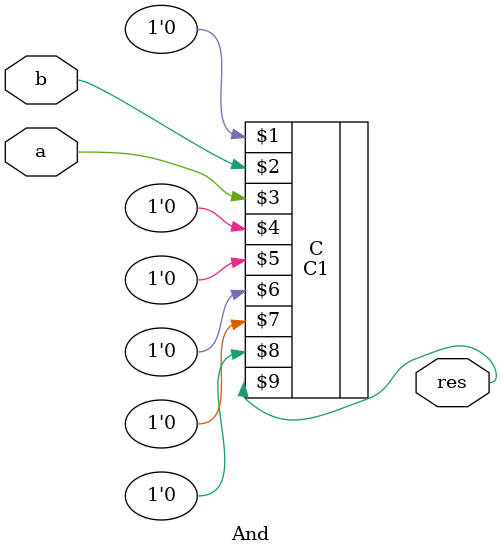
<source format=v>
module And (input a, b, output res);
    C1 C (1'b0, b, a, 1'b0, 1'b0, 1'b0, 1'b0, 1'b0, res);
endmodule
</source>
